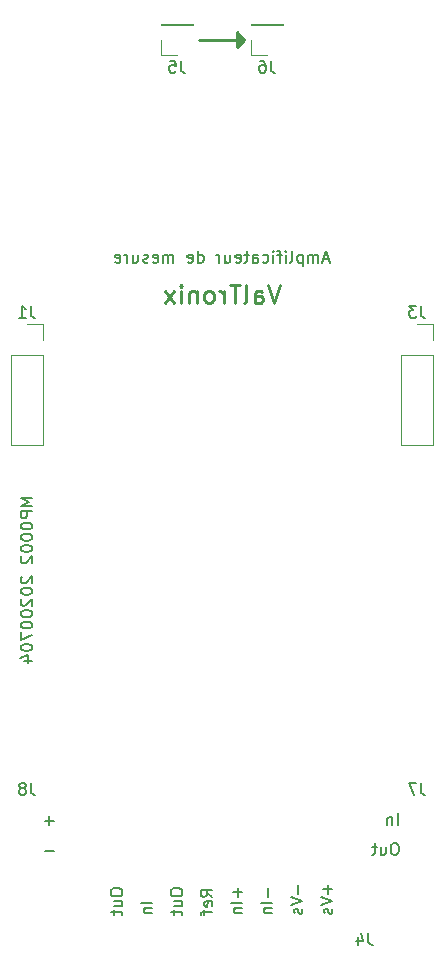
<source format=gbr>
%TF.GenerationSoftware,KiCad,Pcbnew,(5.1.6)-1*%
%TF.CreationDate,2020-07-04T17:27:32+02:00*%
%TF.ProjectId,MP0002 Instrumentation Amplifier,4d503030-3032-4204-996e-737472756d65,1.0*%
%TF.SameCoordinates,Original*%
%TF.FileFunction,Legend,Bot*%
%TF.FilePolarity,Positive*%
%FSLAX46Y46*%
G04 Gerber Fmt 4.6, Leading zero omitted, Abs format (unit mm)*
G04 Created by KiCad (PCBNEW (5.1.6)-1) date 2020-07-04 17:27:32*
%MOMM*%
%LPD*%
G01*
G04 APERTURE LIST*
%ADD10C,0.150000*%
%ADD11C,0.250000*%
%ADD12C,0.120000*%
G04 APERTURE END LIST*
D10*
X148288333Y-151852380D02*
X148288333Y-152566666D01*
X148335952Y-152709523D01*
X148431190Y-152804761D01*
X148574047Y-152852380D01*
X148669285Y-152852380D01*
X147383571Y-152185714D02*
X147383571Y-152852380D01*
X147621666Y-151804761D02*
X147859761Y-152519047D01*
X147240714Y-152519047D01*
X119713333Y-139152380D02*
X119713333Y-139866666D01*
X119760952Y-140009523D01*
X119856190Y-140104761D01*
X119999047Y-140152380D01*
X120094285Y-140152380D01*
X119094285Y-139580952D02*
X119189523Y-139533333D01*
X119237142Y-139485714D01*
X119284761Y-139390476D01*
X119284761Y-139342857D01*
X119237142Y-139247619D01*
X119189523Y-139200000D01*
X119094285Y-139152380D01*
X118903809Y-139152380D01*
X118808571Y-139200000D01*
X118760952Y-139247619D01*
X118713333Y-139342857D01*
X118713333Y-139390476D01*
X118760952Y-139485714D01*
X118808571Y-139533333D01*
X118903809Y-139580952D01*
X119094285Y-139580952D01*
X119189523Y-139628571D01*
X119237142Y-139676190D01*
X119284761Y-139771428D01*
X119284761Y-139961904D01*
X119237142Y-140057142D01*
X119189523Y-140104761D01*
X119094285Y-140152380D01*
X118903809Y-140152380D01*
X118808571Y-140104761D01*
X118760952Y-140057142D01*
X118713333Y-139961904D01*
X118713333Y-139771428D01*
X118760952Y-139676190D01*
X118808571Y-139628571D01*
X118903809Y-139580952D01*
X152733333Y-139152380D02*
X152733333Y-139866666D01*
X152780952Y-140009523D01*
X152876190Y-140104761D01*
X153019047Y-140152380D01*
X153114285Y-140152380D01*
X152352380Y-139152380D02*
X151685714Y-139152380D01*
X152114285Y-140152380D01*
X150603928Y-144232380D02*
X150413452Y-144232380D01*
X150318214Y-144280000D01*
X150222976Y-144375238D01*
X150175357Y-144565714D01*
X150175357Y-144899047D01*
X150222976Y-145089523D01*
X150318214Y-145184761D01*
X150413452Y-145232380D01*
X150603928Y-145232380D01*
X150699166Y-145184761D01*
X150794404Y-145089523D01*
X150842023Y-144899047D01*
X150842023Y-144565714D01*
X150794404Y-144375238D01*
X150699166Y-144280000D01*
X150603928Y-144232380D01*
X149318214Y-144565714D02*
X149318214Y-145232380D01*
X149746785Y-144565714D02*
X149746785Y-145089523D01*
X149699166Y-145184761D01*
X149603928Y-145232380D01*
X149461071Y-145232380D01*
X149365833Y-145184761D01*
X149318214Y-145137142D01*
X148984880Y-144565714D02*
X148603928Y-144565714D01*
X148842023Y-144232380D02*
X148842023Y-145089523D01*
X148794404Y-145184761D01*
X148699166Y-145232380D01*
X148603928Y-145232380D01*
X150794404Y-142692380D02*
X150794404Y-141692380D01*
X150318214Y-142025714D02*
X150318214Y-142692380D01*
X150318214Y-142120952D02*
X150270595Y-142073333D01*
X150175357Y-142025714D01*
X150032500Y-142025714D01*
X149937261Y-142073333D01*
X149889642Y-142168571D01*
X149889642Y-142692380D01*
X119832380Y-114991428D02*
X118832380Y-114991428D01*
X119546666Y-115324761D01*
X118832380Y-115658095D01*
X119832380Y-115658095D01*
X119832380Y-116134285D02*
X118832380Y-116134285D01*
X118832380Y-116515238D01*
X118880000Y-116610476D01*
X118927619Y-116658095D01*
X119022857Y-116705714D01*
X119165714Y-116705714D01*
X119260952Y-116658095D01*
X119308571Y-116610476D01*
X119356190Y-116515238D01*
X119356190Y-116134285D01*
X118832380Y-117324761D02*
X118832380Y-117420000D01*
X118880000Y-117515238D01*
X118927619Y-117562857D01*
X119022857Y-117610476D01*
X119213333Y-117658095D01*
X119451428Y-117658095D01*
X119641904Y-117610476D01*
X119737142Y-117562857D01*
X119784761Y-117515238D01*
X119832380Y-117420000D01*
X119832380Y-117324761D01*
X119784761Y-117229523D01*
X119737142Y-117181904D01*
X119641904Y-117134285D01*
X119451428Y-117086666D01*
X119213333Y-117086666D01*
X119022857Y-117134285D01*
X118927619Y-117181904D01*
X118880000Y-117229523D01*
X118832380Y-117324761D01*
X118832380Y-118277142D02*
X118832380Y-118372380D01*
X118880000Y-118467619D01*
X118927619Y-118515238D01*
X119022857Y-118562857D01*
X119213333Y-118610476D01*
X119451428Y-118610476D01*
X119641904Y-118562857D01*
X119737142Y-118515238D01*
X119784761Y-118467619D01*
X119832380Y-118372380D01*
X119832380Y-118277142D01*
X119784761Y-118181904D01*
X119737142Y-118134285D01*
X119641904Y-118086666D01*
X119451428Y-118039047D01*
X119213333Y-118039047D01*
X119022857Y-118086666D01*
X118927619Y-118134285D01*
X118880000Y-118181904D01*
X118832380Y-118277142D01*
X118832380Y-119229523D02*
X118832380Y-119324761D01*
X118880000Y-119420000D01*
X118927619Y-119467619D01*
X119022857Y-119515238D01*
X119213333Y-119562857D01*
X119451428Y-119562857D01*
X119641904Y-119515238D01*
X119737142Y-119467619D01*
X119784761Y-119420000D01*
X119832380Y-119324761D01*
X119832380Y-119229523D01*
X119784761Y-119134285D01*
X119737142Y-119086666D01*
X119641904Y-119039047D01*
X119451428Y-118991428D01*
X119213333Y-118991428D01*
X119022857Y-119039047D01*
X118927619Y-119086666D01*
X118880000Y-119134285D01*
X118832380Y-119229523D01*
X118927619Y-119943809D02*
X118880000Y-119991428D01*
X118832380Y-120086666D01*
X118832380Y-120324761D01*
X118880000Y-120420000D01*
X118927619Y-120467619D01*
X119022857Y-120515238D01*
X119118095Y-120515238D01*
X119260952Y-120467619D01*
X119832380Y-119896190D01*
X119832380Y-120515238D01*
X118927619Y-121658095D02*
X118880000Y-121705714D01*
X118832380Y-121800952D01*
X118832380Y-122039047D01*
X118880000Y-122134285D01*
X118927619Y-122181904D01*
X119022857Y-122229523D01*
X119118095Y-122229523D01*
X119260952Y-122181904D01*
X119832380Y-121610476D01*
X119832380Y-122229523D01*
X118832380Y-122848571D02*
X118832380Y-122943809D01*
X118880000Y-123039047D01*
X118927619Y-123086666D01*
X119022857Y-123134285D01*
X119213333Y-123181904D01*
X119451428Y-123181904D01*
X119641904Y-123134285D01*
X119737142Y-123086666D01*
X119784761Y-123039047D01*
X119832380Y-122943809D01*
X119832380Y-122848571D01*
X119784761Y-122753333D01*
X119737142Y-122705714D01*
X119641904Y-122658095D01*
X119451428Y-122610476D01*
X119213333Y-122610476D01*
X119022857Y-122658095D01*
X118927619Y-122705714D01*
X118880000Y-122753333D01*
X118832380Y-122848571D01*
X118927619Y-123562857D02*
X118880000Y-123610476D01*
X118832380Y-123705714D01*
X118832380Y-123943809D01*
X118880000Y-124039047D01*
X118927619Y-124086666D01*
X119022857Y-124134285D01*
X119118095Y-124134285D01*
X119260952Y-124086666D01*
X119832380Y-123515238D01*
X119832380Y-124134285D01*
X118832380Y-124753333D02*
X118832380Y-124848571D01*
X118880000Y-124943809D01*
X118927619Y-124991428D01*
X119022857Y-125039047D01*
X119213333Y-125086666D01*
X119451428Y-125086666D01*
X119641904Y-125039047D01*
X119737142Y-124991428D01*
X119784761Y-124943809D01*
X119832380Y-124848571D01*
X119832380Y-124753333D01*
X119784761Y-124658095D01*
X119737142Y-124610476D01*
X119641904Y-124562857D01*
X119451428Y-124515238D01*
X119213333Y-124515238D01*
X119022857Y-124562857D01*
X118927619Y-124610476D01*
X118880000Y-124658095D01*
X118832380Y-124753333D01*
X118832380Y-125705714D02*
X118832380Y-125800952D01*
X118880000Y-125896190D01*
X118927619Y-125943809D01*
X119022857Y-125991428D01*
X119213333Y-126039047D01*
X119451428Y-126039047D01*
X119641904Y-125991428D01*
X119737142Y-125943809D01*
X119784761Y-125896190D01*
X119832380Y-125800952D01*
X119832380Y-125705714D01*
X119784761Y-125610476D01*
X119737142Y-125562857D01*
X119641904Y-125515238D01*
X119451428Y-125467619D01*
X119213333Y-125467619D01*
X119022857Y-125515238D01*
X118927619Y-125562857D01*
X118880000Y-125610476D01*
X118832380Y-125705714D01*
X118832380Y-126372380D02*
X118832380Y-127039047D01*
X119832380Y-126610476D01*
X118832380Y-127610476D02*
X118832380Y-127705714D01*
X118880000Y-127800952D01*
X118927619Y-127848571D01*
X119022857Y-127896190D01*
X119213333Y-127943809D01*
X119451428Y-127943809D01*
X119641904Y-127896190D01*
X119737142Y-127848571D01*
X119784761Y-127800952D01*
X119832380Y-127705714D01*
X119832380Y-127610476D01*
X119784761Y-127515238D01*
X119737142Y-127467619D01*
X119641904Y-127420000D01*
X119451428Y-127372380D01*
X119213333Y-127372380D01*
X119022857Y-127420000D01*
X118927619Y-127467619D01*
X118880000Y-127515238D01*
X118832380Y-127610476D01*
X119165714Y-128800952D02*
X119832380Y-128800952D01*
X118784761Y-128562857D02*
X119499047Y-128324761D01*
X119499047Y-128943809D01*
X144961428Y-94781666D02*
X144485238Y-94781666D01*
X145056666Y-95067380D02*
X144723333Y-94067380D01*
X144390000Y-95067380D01*
X144056666Y-95067380D02*
X144056666Y-94400714D01*
X144056666Y-94495952D02*
X144009047Y-94448333D01*
X143913809Y-94400714D01*
X143770952Y-94400714D01*
X143675714Y-94448333D01*
X143628095Y-94543571D01*
X143628095Y-95067380D01*
X143628095Y-94543571D02*
X143580476Y-94448333D01*
X143485238Y-94400714D01*
X143342380Y-94400714D01*
X143247142Y-94448333D01*
X143199523Y-94543571D01*
X143199523Y-95067380D01*
X142723333Y-94400714D02*
X142723333Y-95400714D01*
X142723333Y-94448333D02*
X142628095Y-94400714D01*
X142437619Y-94400714D01*
X142342380Y-94448333D01*
X142294761Y-94495952D01*
X142247142Y-94591190D01*
X142247142Y-94876904D01*
X142294761Y-94972142D01*
X142342380Y-95019761D01*
X142437619Y-95067380D01*
X142628095Y-95067380D01*
X142723333Y-95019761D01*
X141675714Y-95067380D02*
X141770952Y-95019761D01*
X141818571Y-94924523D01*
X141818571Y-94067380D01*
X141294761Y-95067380D02*
X141294761Y-94400714D01*
X141294761Y-94067380D02*
X141342380Y-94115000D01*
X141294761Y-94162619D01*
X141247142Y-94115000D01*
X141294761Y-94067380D01*
X141294761Y-94162619D01*
X140961428Y-94400714D02*
X140580476Y-94400714D01*
X140818571Y-95067380D02*
X140818571Y-94210238D01*
X140770952Y-94115000D01*
X140675714Y-94067380D01*
X140580476Y-94067380D01*
X140247142Y-95067380D02*
X140247142Y-94400714D01*
X140247142Y-94067380D02*
X140294761Y-94115000D01*
X140247142Y-94162619D01*
X140199523Y-94115000D01*
X140247142Y-94067380D01*
X140247142Y-94162619D01*
X139342380Y-95019761D02*
X139437619Y-95067380D01*
X139628095Y-95067380D01*
X139723333Y-95019761D01*
X139770952Y-94972142D01*
X139818571Y-94876904D01*
X139818571Y-94591190D01*
X139770952Y-94495952D01*
X139723333Y-94448333D01*
X139628095Y-94400714D01*
X139437619Y-94400714D01*
X139342380Y-94448333D01*
X138485238Y-95067380D02*
X138485238Y-94543571D01*
X138532857Y-94448333D01*
X138628095Y-94400714D01*
X138818571Y-94400714D01*
X138913809Y-94448333D01*
X138485238Y-95019761D02*
X138580476Y-95067380D01*
X138818571Y-95067380D01*
X138913809Y-95019761D01*
X138961428Y-94924523D01*
X138961428Y-94829285D01*
X138913809Y-94734047D01*
X138818571Y-94686428D01*
X138580476Y-94686428D01*
X138485238Y-94638809D01*
X138151904Y-94400714D02*
X137770952Y-94400714D01*
X138009047Y-94067380D02*
X138009047Y-94924523D01*
X137961428Y-95019761D01*
X137866190Y-95067380D01*
X137770952Y-95067380D01*
X137056666Y-95019761D02*
X137151904Y-95067380D01*
X137342380Y-95067380D01*
X137437619Y-95019761D01*
X137485238Y-94924523D01*
X137485238Y-94543571D01*
X137437619Y-94448333D01*
X137342380Y-94400714D01*
X137151904Y-94400714D01*
X137056666Y-94448333D01*
X137009047Y-94543571D01*
X137009047Y-94638809D01*
X137485238Y-94734047D01*
X136151904Y-94400714D02*
X136151904Y-95067380D01*
X136580476Y-94400714D02*
X136580476Y-94924523D01*
X136532857Y-95019761D01*
X136437619Y-95067380D01*
X136294761Y-95067380D01*
X136199523Y-95019761D01*
X136151904Y-94972142D01*
X135675714Y-95067380D02*
X135675714Y-94400714D01*
X135675714Y-94591190D02*
X135628095Y-94495952D01*
X135580476Y-94448333D01*
X135485238Y-94400714D01*
X135390000Y-94400714D01*
X133866190Y-95067380D02*
X133866190Y-94067380D01*
X133866190Y-95019761D02*
X133961428Y-95067380D01*
X134151904Y-95067380D01*
X134247142Y-95019761D01*
X134294761Y-94972142D01*
X134342380Y-94876904D01*
X134342380Y-94591190D01*
X134294761Y-94495952D01*
X134247142Y-94448333D01*
X134151904Y-94400714D01*
X133961428Y-94400714D01*
X133866190Y-94448333D01*
X133009047Y-95019761D02*
X133104285Y-95067380D01*
X133294761Y-95067380D01*
X133390000Y-95019761D01*
X133437619Y-94924523D01*
X133437619Y-94543571D01*
X133390000Y-94448333D01*
X133294761Y-94400714D01*
X133104285Y-94400714D01*
X133009047Y-94448333D01*
X132961428Y-94543571D01*
X132961428Y-94638809D01*
X133437619Y-94734047D01*
X131770952Y-95067380D02*
X131770952Y-94400714D01*
X131770952Y-94495952D02*
X131723333Y-94448333D01*
X131628095Y-94400714D01*
X131485238Y-94400714D01*
X131390000Y-94448333D01*
X131342380Y-94543571D01*
X131342380Y-95067380D01*
X131342380Y-94543571D02*
X131294761Y-94448333D01*
X131199523Y-94400714D01*
X131056666Y-94400714D01*
X130961428Y-94448333D01*
X130913809Y-94543571D01*
X130913809Y-95067380D01*
X130056666Y-95019761D02*
X130151904Y-95067380D01*
X130342380Y-95067380D01*
X130437619Y-95019761D01*
X130485238Y-94924523D01*
X130485238Y-94543571D01*
X130437619Y-94448333D01*
X130342380Y-94400714D01*
X130151904Y-94400714D01*
X130056666Y-94448333D01*
X130009047Y-94543571D01*
X130009047Y-94638809D01*
X130485238Y-94734047D01*
X129628095Y-95019761D02*
X129532857Y-95067380D01*
X129342380Y-95067380D01*
X129247142Y-95019761D01*
X129199523Y-94924523D01*
X129199523Y-94876904D01*
X129247142Y-94781666D01*
X129342380Y-94734047D01*
X129485238Y-94734047D01*
X129580476Y-94686428D01*
X129628095Y-94591190D01*
X129628095Y-94543571D01*
X129580476Y-94448333D01*
X129485238Y-94400714D01*
X129342380Y-94400714D01*
X129247142Y-94448333D01*
X128342380Y-94400714D02*
X128342380Y-95067380D01*
X128770952Y-94400714D02*
X128770952Y-94924523D01*
X128723333Y-95019761D01*
X128628095Y-95067380D01*
X128485238Y-95067380D01*
X128390000Y-95019761D01*
X128342380Y-94972142D01*
X127866190Y-95067380D02*
X127866190Y-94400714D01*
X127866190Y-94591190D02*
X127818571Y-94495952D01*
X127770952Y-94448333D01*
X127675714Y-94400714D01*
X127580476Y-94400714D01*
X126866190Y-95019761D02*
X126961428Y-95067380D01*
X127151904Y-95067380D01*
X127247142Y-95019761D01*
X127294761Y-94924523D01*
X127294761Y-94543571D01*
X127247142Y-94448333D01*
X127151904Y-94400714D01*
X126961428Y-94400714D01*
X126866190Y-94448333D01*
X126818571Y-94543571D01*
X126818571Y-94638809D01*
X127294761Y-94734047D01*
D11*
X140818571Y-96968571D02*
X140318571Y-98468571D01*
X139818571Y-96968571D01*
X138675714Y-98468571D02*
X138675714Y-97682857D01*
X138747142Y-97540000D01*
X138890000Y-97468571D01*
X139175714Y-97468571D01*
X139318571Y-97540000D01*
X138675714Y-98397142D02*
X138818571Y-98468571D01*
X139175714Y-98468571D01*
X139318571Y-98397142D01*
X139390000Y-98254285D01*
X139390000Y-98111428D01*
X139318571Y-97968571D01*
X139175714Y-97897142D01*
X138818571Y-97897142D01*
X138675714Y-97825714D01*
X137747142Y-98468571D02*
X137890000Y-98397142D01*
X137961428Y-98254285D01*
X137961428Y-96968571D01*
X137390000Y-96968571D02*
X136532857Y-96968571D01*
X136961428Y-98468571D02*
X136961428Y-96968571D01*
X136032857Y-98468571D02*
X136032857Y-97468571D01*
X136032857Y-97754285D02*
X135961428Y-97611428D01*
X135890000Y-97540000D01*
X135747142Y-97468571D01*
X135604285Y-97468571D01*
X134890000Y-98468571D02*
X135032857Y-98397142D01*
X135104285Y-98325714D01*
X135175714Y-98182857D01*
X135175714Y-97754285D01*
X135104285Y-97611428D01*
X135032857Y-97540000D01*
X134890000Y-97468571D01*
X134675714Y-97468571D01*
X134532857Y-97540000D01*
X134461428Y-97611428D01*
X134390000Y-97754285D01*
X134390000Y-98182857D01*
X134461428Y-98325714D01*
X134532857Y-98397142D01*
X134675714Y-98468571D01*
X134890000Y-98468571D01*
X133747142Y-97468571D02*
X133747142Y-98468571D01*
X133747142Y-97611428D02*
X133675714Y-97540000D01*
X133532857Y-97468571D01*
X133318571Y-97468571D01*
X133175714Y-97540000D01*
X133104285Y-97682857D01*
X133104285Y-98468571D01*
X132390000Y-98468571D02*
X132390000Y-97468571D01*
X132390000Y-96968571D02*
X132461428Y-97040000D01*
X132390000Y-97111428D01*
X132318571Y-97040000D01*
X132390000Y-96968571D01*
X132390000Y-97111428D01*
X131818571Y-98468571D02*
X131032857Y-97468571D01*
X131818571Y-97468571D02*
X131032857Y-98468571D01*
D10*
X121665952Y-144851428D02*
X120904047Y-144851428D01*
X121665952Y-142311428D02*
X120904047Y-142311428D01*
X121285000Y-142692380D02*
X121285000Y-141930476D01*
D11*
G36*
X137795000Y-76200000D02*
G01*
X137160000Y-76835000D01*
X137160000Y-75565000D01*
X137795000Y-76200000D01*
G37*
X137795000Y-76200000D02*
X137160000Y-76835000D01*
X137160000Y-75565000D01*
X137795000Y-76200000D01*
X133985000Y-76200000D02*
X137795000Y-76200000D01*
D10*
X144851428Y-147730833D02*
X144851428Y-148492738D01*
X145232380Y-148111785D02*
X144470476Y-148111785D01*
X144232380Y-148826071D02*
X145232380Y-149159404D01*
X144232380Y-149492738D01*
X145184761Y-149778452D02*
X145232380Y-149873690D01*
X145232380Y-150064166D01*
X145184761Y-150159404D01*
X145089523Y-150207023D01*
X145041904Y-150207023D01*
X144946666Y-150159404D01*
X144899047Y-150064166D01*
X144899047Y-149921309D01*
X144851428Y-149826071D01*
X144756190Y-149778452D01*
X144708571Y-149778452D01*
X144613333Y-149826071D01*
X144565714Y-149921309D01*
X144565714Y-150064166D01*
X144613333Y-150159404D01*
X142311428Y-147730833D02*
X142311428Y-148492738D01*
X141692380Y-148826071D02*
X142692380Y-149159404D01*
X141692380Y-149492738D01*
X142644761Y-149778452D02*
X142692380Y-149873690D01*
X142692380Y-150064166D01*
X142644761Y-150159404D01*
X142549523Y-150207023D01*
X142501904Y-150207023D01*
X142406666Y-150159404D01*
X142359047Y-150064166D01*
X142359047Y-149921309D01*
X142311428Y-149826071D01*
X142216190Y-149778452D01*
X142168571Y-149778452D01*
X142073333Y-149826071D01*
X142025714Y-149921309D01*
X142025714Y-150064166D01*
X142073333Y-150159404D01*
X139771428Y-148016547D02*
X139771428Y-148778452D01*
X140152380Y-149254642D02*
X139152380Y-149254642D01*
X139485714Y-149730833D02*
X140152380Y-149730833D01*
X139580952Y-149730833D02*
X139533333Y-149778452D01*
X139485714Y-149873690D01*
X139485714Y-150016547D01*
X139533333Y-150111785D01*
X139628571Y-150159404D01*
X140152380Y-150159404D01*
X137231428Y-148016547D02*
X137231428Y-148778452D01*
X137612380Y-148397500D02*
X136850476Y-148397500D01*
X137612380Y-149254642D02*
X136612380Y-149254642D01*
X136945714Y-149730833D02*
X137612380Y-149730833D01*
X137040952Y-149730833D02*
X136993333Y-149778452D01*
X136945714Y-149873690D01*
X136945714Y-150016547D01*
X136993333Y-150111785D01*
X137088571Y-150159404D01*
X137612380Y-150159404D01*
X135072380Y-148778452D02*
X134596190Y-148445119D01*
X135072380Y-148207023D02*
X134072380Y-148207023D01*
X134072380Y-148587976D01*
X134120000Y-148683214D01*
X134167619Y-148730833D01*
X134262857Y-148778452D01*
X134405714Y-148778452D01*
X134500952Y-148730833D01*
X134548571Y-148683214D01*
X134596190Y-148587976D01*
X134596190Y-148207023D01*
X135024761Y-149587976D02*
X135072380Y-149492738D01*
X135072380Y-149302261D01*
X135024761Y-149207023D01*
X134929523Y-149159404D01*
X134548571Y-149159404D01*
X134453333Y-149207023D01*
X134405714Y-149302261D01*
X134405714Y-149492738D01*
X134453333Y-149587976D01*
X134548571Y-149635595D01*
X134643809Y-149635595D01*
X134739047Y-149159404D01*
X134405714Y-149921309D02*
X134405714Y-150302261D01*
X135072380Y-150064166D02*
X134215238Y-150064166D01*
X134120000Y-150111785D01*
X134072380Y-150207023D01*
X134072380Y-150302261D01*
X131532380Y-148302261D02*
X131532380Y-148492738D01*
X131580000Y-148587976D01*
X131675238Y-148683214D01*
X131865714Y-148730833D01*
X132199047Y-148730833D01*
X132389523Y-148683214D01*
X132484761Y-148587976D01*
X132532380Y-148492738D01*
X132532380Y-148302261D01*
X132484761Y-148207023D01*
X132389523Y-148111785D01*
X132199047Y-148064166D01*
X131865714Y-148064166D01*
X131675238Y-148111785D01*
X131580000Y-148207023D01*
X131532380Y-148302261D01*
X131865714Y-149587976D02*
X132532380Y-149587976D01*
X131865714Y-149159404D02*
X132389523Y-149159404D01*
X132484761Y-149207023D01*
X132532380Y-149302261D01*
X132532380Y-149445119D01*
X132484761Y-149540357D01*
X132437142Y-149587976D01*
X131865714Y-149921309D02*
X131865714Y-150302261D01*
X131532380Y-150064166D02*
X132389523Y-150064166D01*
X132484761Y-150111785D01*
X132532380Y-150207023D01*
X132532380Y-150302261D01*
X129992380Y-149254642D02*
X128992380Y-149254642D01*
X129325714Y-149730833D02*
X129992380Y-149730833D01*
X129420952Y-149730833D02*
X129373333Y-149778452D01*
X129325714Y-149873690D01*
X129325714Y-150016547D01*
X129373333Y-150111785D01*
X129468571Y-150159404D01*
X129992380Y-150159404D01*
X126452380Y-148302261D02*
X126452380Y-148492738D01*
X126500000Y-148587976D01*
X126595238Y-148683214D01*
X126785714Y-148730833D01*
X127119047Y-148730833D01*
X127309523Y-148683214D01*
X127404761Y-148587976D01*
X127452380Y-148492738D01*
X127452380Y-148302261D01*
X127404761Y-148207023D01*
X127309523Y-148111785D01*
X127119047Y-148064166D01*
X126785714Y-148064166D01*
X126595238Y-148111785D01*
X126500000Y-148207023D01*
X126452380Y-148302261D01*
X126785714Y-149587976D02*
X127452380Y-149587976D01*
X126785714Y-149159404D02*
X127309523Y-149159404D01*
X127404761Y-149207023D01*
X127452380Y-149302261D01*
X127452380Y-149445119D01*
X127404761Y-149540357D01*
X127357142Y-149587976D01*
X126785714Y-149921309D02*
X126785714Y-150302261D01*
X126452380Y-150064166D02*
X127309523Y-150064166D01*
X127404761Y-150111785D01*
X127452380Y-150207023D01*
X127452380Y-150302261D01*
D12*
%TO.C,J6*%
X138370000Y-77530000D02*
X139700000Y-77530000D01*
X138370000Y-76200000D02*
X138370000Y-77530000D01*
X138370000Y-74930000D02*
X141030000Y-74930000D01*
X141030000Y-74930000D02*
X141030000Y-74870000D01*
X138370000Y-74930000D02*
X138370000Y-74870000D01*
X138370000Y-74870000D02*
X141030000Y-74870000D01*
%TO.C,J5*%
X130750000Y-77530000D02*
X132080000Y-77530000D01*
X130750000Y-76200000D02*
X130750000Y-77530000D01*
X130750000Y-74930000D02*
X133410000Y-74930000D01*
X133410000Y-74930000D02*
X133410000Y-74870000D01*
X130750000Y-74930000D02*
X130750000Y-74870000D01*
X130750000Y-74870000D02*
X133410000Y-74870000D01*
%TO.C,J3*%
X153730000Y-100270000D02*
X152400000Y-100270000D01*
X153730000Y-101600000D02*
X153730000Y-100270000D01*
X153730000Y-102870000D02*
X151070000Y-102870000D01*
X151070000Y-102870000D02*
X151070000Y-110550000D01*
X153730000Y-102870000D02*
X153730000Y-110550000D01*
X153730000Y-110550000D02*
X151070000Y-110550000D01*
%TO.C,J1*%
X120710000Y-100270000D02*
X119380000Y-100270000D01*
X120710000Y-101600000D02*
X120710000Y-100270000D01*
X120710000Y-102870000D02*
X118050000Y-102870000D01*
X118050000Y-102870000D02*
X118050000Y-110550000D01*
X120710000Y-102870000D02*
X120710000Y-110550000D01*
X120710000Y-110550000D02*
X118050000Y-110550000D01*
%TO.C,J6*%
D10*
X140033333Y-77982380D02*
X140033333Y-78696666D01*
X140080952Y-78839523D01*
X140176190Y-78934761D01*
X140319047Y-78982380D01*
X140414285Y-78982380D01*
X139128571Y-77982380D02*
X139319047Y-77982380D01*
X139414285Y-78030000D01*
X139461904Y-78077619D01*
X139557142Y-78220476D01*
X139604761Y-78410952D01*
X139604761Y-78791904D01*
X139557142Y-78887142D01*
X139509523Y-78934761D01*
X139414285Y-78982380D01*
X139223809Y-78982380D01*
X139128571Y-78934761D01*
X139080952Y-78887142D01*
X139033333Y-78791904D01*
X139033333Y-78553809D01*
X139080952Y-78458571D01*
X139128571Y-78410952D01*
X139223809Y-78363333D01*
X139414285Y-78363333D01*
X139509523Y-78410952D01*
X139557142Y-78458571D01*
X139604761Y-78553809D01*
%TO.C,J5*%
X132413333Y-77982380D02*
X132413333Y-78696666D01*
X132460952Y-78839523D01*
X132556190Y-78934761D01*
X132699047Y-78982380D01*
X132794285Y-78982380D01*
X131460952Y-77982380D02*
X131937142Y-77982380D01*
X131984761Y-78458571D01*
X131937142Y-78410952D01*
X131841904Y-78363333D01*
X131603809Y-78363333D01*
X131508571Y-78410952D01*
X131460952Y-78458571D01*
X131413333Y-78553809D01*
X131413333Y-78791904D01*
X131460952Y-78887142D01*
X131508571Y-78934761D01*
X131603809Y-78982380D01*
X131841904Y-78982380D01*
X131937142Y-78934761D01*
X131984761Y-78887142D01*
%TO.C,J3*%
X152733333Y-98722380D02*
X152733333Y-99436666D01*
X152780952Y-99579523D01*
X152876190Y-99674761D01*
X153019047Y-99722380D01*
X153114285Y-99722380D01*
X152352380Y-98722380D02*
X151733333Y-98722380D01*
X152066666Y-99103333D01*
X151923809Y-99103333D01*
X151828571Y-99150952D01*
X151780952Y-99198571D01*
X151733333Y-99293809D01*
X151733333Y-99531904D01*
X151780952Y-99627142D01*
X151828571Y-99674761D01*
X151923809Y-99722380D01*
X152209523Y-99722380D01*
X152304761Y-99674761D01*
X152352380Y-99627142D01*
%TO.C,J1*%
X119713333Y-98722380D02*
X119713333Y-99436666D01*
X119760952Y-99579523D01*
X119856190Y-99674761D01*
X119999047Y-99722380D01*
X120094285Y-99722380D01*
X118713333Y-99722380D02*
X119284761Y-99722380D01*
X118999047Y-99722380D02*
X118999047Y-98722380D01*
X119094285Y-98865238D01*
X119189523Y-98960476D01*
X119284761Y-99008095D01*
%TD*%
M02*

</source>
